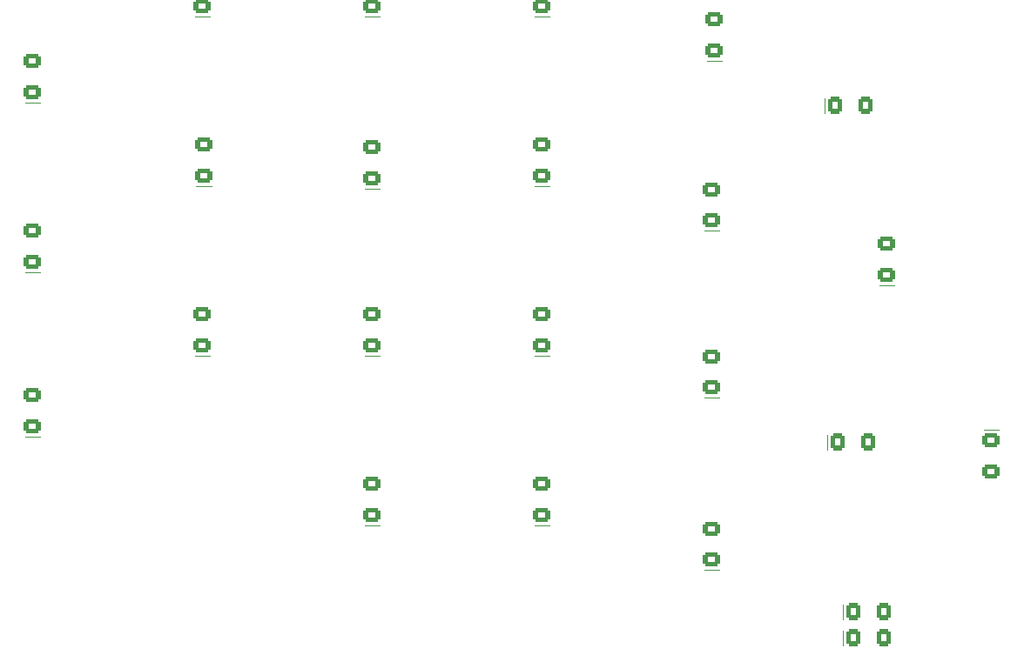
<source format=gbo>
G04 #@! TF.GenerationSoftware,KiCad,Pcbnew,7.0.10*
G04 #@! TF.CreationDate,2024-06-23T16:27:35+09:00*
G04 #@! TF.ProjectId,sss,7373732e-6b69-4636-9164-5f7063625858,rev?*
G04 #@! TF.SameCoordinates,Original*
G04 #@! TF.FileFunction,Legend,Bot*
G04 #@! TF.FilePolarity,Positive*
%FSLAX46Y46*%
G04 Gerber Fmt 4.6, Leading zero omitted, Abs format (unit mm)*
G04 Created by KiCad (PCBNEW 7.0.10) date 2024-06-23 16:27:35*
%MOMM*%
%LPD*%
G01*
G04 APERTURE LIST*
G04 Aperture macros list*
%AMRoundRect*
0 Rectangle with rounded corners*
0 $1 Rounding radius*
0 $2 $3 $4 $5 $6 $7 $8 $9 X,Y pos of 4 corners*
0 Add a 4 corners polygon primitive as box body*
4,1,4,$2,$3,$4,$5,$6,$7,$8,$9,$2,$3,0*
0 Add four circle primitives for the rounded corners*
1,1,$1+$1,$2,$3*
1,1,$1+$1,$4,$5*
1,1,$1+$1,$6,$7*
1,1,$1+$1,$8,$9*
0 Add four rect primitives between the rounded corners*
20,1,$1+$1,$2,$3,$4,$5,0*
20,1,$1+$1,$4,$5,$6,$7,0*
20,1,$1+$1,$6,$7,$8,$9,0*
20,1,$1+$1,$8,$9,$2,$3,0*%
%AMFreePoly0*
4,1,19,0.500000,-0.750000,0.000000,-0.750000,0.000000,-0.744911,-0.071157,-0.744911,-0.207708,-0.704816,-0.327430,-0.627875,-0.420627,-0.520320,-0.479746,-0.390866,-0.500000,-0.250000,-0.500000,0.250000,-0.479746,0.390866,-0.420627,0.520320,-0.327430,0.627875,-0.207708,0.704816,-0.071157,0.744911,0.000000,0.744911,0.000000,0.750000,0.500000,0.750000,0.500000,-0.750000,0.500000,-0.750000,
$1*%
%AMFreePoly1*
4,1,19,0.000000,0.744911,0.071157,0.744911,0.207708,0.704816,0.327430,0.627875,0.420627,0.520320,0.479746,0.390866,0.500000,0.250000,0.500000,-0.250000,0.479746,-0.390866,0.420627,-0.520320,0.327430,-0.627875,0.207708,-0.704816,0.071157,-0.744911,0.000000,-0.744911,0.000000,-0.750000,-0.500000,-0.750000,-0.500000,0.750000,0.000000,0.750000,0.000000,0.744911,0.000000,0.744911,
$1*%
G04 Aperture macros list end*
%ADD10C,0.100000*%
%ADD11R,1.700000X1.700000*%
%ADD12O,1.700000X1.700000*%
%ADD13C,1.900000*%
%ADD14C,1.700000*%
%ADD15C,3.000000*%
%ADD16C,4.000000*%
%ADD17R,2.000000X2.000000*%
%ADD18RoundRect,0.250001X-0.624999X0.462499X-0.624999X-0.462499X0.624999X-0.462499X0.624999X0.462499X0*%
%ADD19RoundRect,0.250001X0.462499X0.624999X-0.462499X0.624999X-0.462499X-0.624999X0.462499X-0.624999X0*%
%ADD20C,1.200000*%
%ADD21O,1.400000X2.000000*%
%ADD22R,1.400000X2.000000*%
%ADD23R,0.850000X0.850000*%
%ADD24RoundRect,0.250001X0.624999X-0.462499X0.624999X0.462499X-0.624999X0.462499X-0.624999X-0.462499X0*%
%ADD25FreePoly0,270.000000*%
%ADD26FreePoly1,270.000000*%
G04 APERTURE END LIST*
D10*
X91198000Y-37772000D02*
X92698000Y-37772000D01*
X74688000Y-87302000D02*
X76188000Y-87302000D01*
X124726000Y-63934000D02*
X126226000Y-63934000D01*
X91198000Y-70792000D02*
X92698000Y-70792000D01*
X58178000Y-37806000D02*
X59678000Y-37806000D01*
X41668000Y-46154000D02*
X43168000Y-46154000D01*
X74688000Y-37806000D02*
X76188000Y-37806000D01*
X119454000Y-45732000D02*
X119454000Y-47232000D01*
X91198000Y-87302000D02*
X92698000Y-87302000D01*
X74688000Y-70792000D02*
X76188000Y-70792000D01*
X58330400Y-54282000D02*
X59830400Y-54282000D01*
X121198000Y-95008000D02*
X121198000Y-96508000D01*
X74688000Y-54536000D02*
X76188000Y-54536000D01*
X121198000Y-97548000D02*
X121198000Y-99048000D01*
X107962000Y-42090000D02*
X109462000Y-42090000D01*
X41668000Y-62664000D02*
X43168000Y-62664000D01*
X107708000Y-91654000D02*
X109208000Y-91654000D01*
X41668000Y-78666000D02*
X43168000Y-78666000D01*
X91198000Y-54282000D02*
X92698000Y-54282000D01*
X58178000Y-70792000D02*
X59678000Y-70792000D01*
X136386000Y-78068800D02*
X134886000Y-78068800D01*
X107708000Y-58634000D02*
X109208000Y-58634000D01*
X119674000Y-78498000D02*
X119674000Y-79998000D01*
X107708000Y-74890000D02*
X109208000Y-74890000D01*
%LPC*%
D11*
X133096000Y-79497000D03*
D12*
X133096000Y-82037000D03*
D11*
X135540000Y-46190000D03*
D12*
X138080000Y-46190000D03*
X135540000Y-48730000D03*
X138080000Y-48730000D03*
X135540000Y-51270000D03*
X138080000Y-51270000D03*
X135540000Y-53810000D03*
X138080000Y-53810000D03*
X135540000Y-56350000D03*
X138080000Y-56350000D03*
X135540000Y-58890000D03*
X138080000Y-58890000D03*
D13*
X127840000Y-91725000D03*
D14*
X128260000Y-91725000D03*
D15*
X129530000Y-89185000D03*
X130800000Y-86645000D03*
D16*
X133340000Y-91725000D03*
D15*
X135880000Y-86645000D03*
X137150000Y-89185000D03*
D14*
X138420000Y-91725000D03*
D13*
X138840000Y-91725000D03*
D17*
X126440000Y-89185000D03*
X138940000Y-86645000D03*
D13*
X45340000Y-66975000D03*
D14*
X45760000Y-66975000D03*
D15*
X47030000Y-64435000D03*
X48300000Y-61895000D03*
D16*
X50840000Y-66975000D03*
D15*
X53380000Y-61895000D03*
X54650000Y-64435000D03*
D14*
X55920000Y-66975000D03*
D13*
X56340000Y-66975000D03*
D17*
X43940000Y-64435000D03*
X56440000Y-61895000D03*
D13*
X111340000Y-54610000D03*
D14*
X111760000Y-54610000D03*
D15*
X113030000Y-52070000D03*
X114300000Y-49530000D03*
D16*
X116840000Y-54610000D03*
D15*
X119380000Y-49530000D03*
X120650000Y-52070000D03*
D14*
X121920000Y-54610000D03*
D13*
X122340000Y-54610000D03*
D17*
X109940000Y-52070000D03*
X122440000Y-49530000D03*
D13*
X61840000Y-33975000D03*
D14*
X62260000Y-33975000D03*
D15*
X63530000Y-31435000D03*
X64800000Y-28895000D03*
D16*
X67340000Y-33975000D03*
D15*
X69880000Y-28895000D03*
X71150000Y-31435000D03*
D14*
X72420000Y-33975000D03*
D13*
X72840000Y-33975000D03*
D17*
X60440000Y-31435000D03*
X72940000Y-28895000D03*
D13*
X78340000Y-33975000D03*
D14*
X78760000Y-33975000D03*
D15*
X80030000Y-31435000D03*
X81300000Y-28895000D03*
D16*
X83840000Y-33975000D03*
D15*
X86380000Y-28895000D03*
X87650000Y-31435000D03*
D14*
X88920000Y-33975000D03*
D13*
X89340000Y-33975000D03*
D17*
X76940000Y-31435000D03*
X89440000Y-28895000D03*
D13*
X61840000Y-66975000D03*
D14*
X62260000Y-66975000D03*
D15*
X63530000Y-64435000D03*
X64800000Y-61895000D03*
D16*
X67340000Y-66975000D03*
D15*
X69880000Y-61895000D03*
X71150000Y-64435000D03*
D14*
X72420000Y-66975000D03*
D13*
X72840000Y-66975000D03*
D17*
X60440000Y-64435000D03*
X72940000Y-61895000D03*
D13*
X111340000Y-87600000D03*
D14*
X111760000Y-87600000D03*
D15*
X113030000Y-85060000D03*
X114300000Y-82520000D03*
D16*
X116840000Y-87600000D03*
D15*
X119380000Y-82520000D03*
X120650000Y-85060000D03*
D14*
X121920000Y-87600000D03*
D13*
X122340000Y-87600000D03*
D17*
X109940000Y-85060000D03*
X122440000Y-82520000D03*
D13*
X61840000Y-50475000D03*
D14*
X62260000Y-50475000D03*
D15*
X63530000Y-47935000D03*
X64800000Y-45395000D03*
D16*
X67340000Y-50475000D03*
D15*
X69880000Y-45395000D03*
X71150000Y-47935000D03*
D14*
X72420000Y-50475000D03*
D13*
X72840000Y-50475000D03*
D17*
X60440000Y-47935000D03*
X72940000Y-45395000D03*
D13*
X94840000Y-66975000D03*
D14*
X95260000Y-66975000D03*
D15*
X96530000Y-64435000D03*
X97800000Y-61895000D03*
D16*
X100340000Y-66975000D03*
D15*
X102880000Y-61895000D03*
X104150000Y-64435000D03*
D14*
X105420000Y-66975000D03*
D13*
X105840000Y-66975000D03*
D17*
X93440000Y-64435000D03*
X105940000Y-61895000D03*
D13*
X111340000Y-71100000D03*
D14*
X111760000Y-71100000D03*
D15*
X113030000Y-68560000D03*
X114300000Y-66020000D03*
D16*
X116840000Y-71100000D03*
D15*
X119380000Y-66020000D03*
X120650000Y-68560000D03*
D14*
X121920000Y-71100000D03*
D13*
X122340000Y-71100000D03*
D17*
X109940000Y-68560000D03*
X122440000Y-66020000D03*
D13*
X111340000Y-38100000D03*
D14*
X111760000Y-38100000D03*
D15*
X113030000Y-35560000D03*
X114300000Y-33020000D03*
D16*
X116840000Y-38100000D03*
D15*
X119380000Y-33020000D03*
X120650000Y-35560000D03*
D14*
X121920000Y-38100000D03*
D13*
X122340000Y-38100000D03*
D17*
X109940000Y-35560000D03*
X122440000Y-33020000D03*
D13*
X45340000Y-50475000D03*
D14*
X45760000Y-50475000D03*
D15*
X47030000Y-47935000D03*
X48300000Y-45395000D03*
D16*
X50840000Y-50475000D03*
D15*
X53380000Y-45395000D03*
X54650000Y-47935000D03*
D14*
X55920000Y-50475000D03*
D13*
X56340000Y-50475000D03*
D17*
X43940000Y-47935000D03*
X56440000Y-45395000D03*
D13*
X28840000Y-58725000D03*
D14*
X29260000Y-58725000D03*
D15*
X30530000Y-56185000D03*
X31800000Y-53645000D03*
D16*
X34340000Y-58725000D03*
D15*
X36880000Y-53645000D03*
X38150000Y-56185000D03*
D14*
X39420000Y-58725000D03*
D13*
X39840000Y-58725000D03*
D17*
X27440000Y-56185000D03*
X39940000Y-53645000D03*
D13*
X94840000Y-50475000D03*
D14*
X95260000Y-50475000D03*
D15*
X96530000Y-47935000D03*
X97800000Y-45395000D03*
D16*
X100340000Y-50475000D03*
D15*
X102880000Y-45395000D03*
X104150000Y-47935000D03*
D14*
X105420000Y-50475000D03*
D13*
X105840000Y-50475000D03*
D17*
X93440000Y-47935000D03*
X105940000Y-45395000D03*
D13*
X94840000Y-83475000D03*
D14*
X95260000Y-83475000D03*
D15*
X96530000Y-80935000D03*
X97800000Y-78395000D03*
D16*
X100340000Y-83475000D03*
D15*
X102880000Y-78395000D03*
X104150000Y-80935000D03*
D14*
X105420000Y-83475000D03*
D13*
X105840000Y-83475000D03*
D17*
X93440000Y-80935000D03*
X105940000Y-78395000D03*
D13*
X78340000Y-83475000D03*
D14*
X78760000Y-83475000D03*
D15*
X80030000Y-80935000D03*
X81300000Y-78395000D03*
D16*
X83840000Y-83475000D03*
D15*
X86380000Y-78395000D03*
X87650000Y-80935000D03*
D14*
X88920000Y-83475000D03*
D13*
X89340000Y-83475000D03*
D17*
X76940000Y-80935000D03*
X89440000Y-78395000D03*
D13*
X45340000Y-33975000D03*
D14*
X45760000Y-33975000D03*
D15*
X47030000Y-31435000D03*
X48300000Y-28895000D03*
D16*
X50840000Y-33975000D03*
D15*
X53380000Y-28895000D03*
X54650000Y-31435000D03*
D14*
X55920000Y-33975000D03*
D13*
X56340000Y-33975000D03*
D17*
X43940000Y-31435000D03*
X56440000Y-28895000D03*
D13*
X94840000Y-33975000D03*
D14*
X95260000Y-33975000D03*
D15*
X96530000Y-31435000D03*
X97800000Y-28895000D03*
D16*
X100340000Y-33975000D03*
D15*
X102880000Y-28895000D03*
X104150000Y-31435000D03*
D14*
X105420000Y-33975000D03*
D13*
X105840000Y-33975000D03*
D17*
X93440000Y-31435000D03*
X105940000Y-28895000D03*
D13*
X28840000Y-75225000D03*
D14*
X29260000Y-75225000D03*
D15*
X30530000Y-72685000D03*
X31800000Y-70145000D03*
D16*
X34340000Y-75225000D03*
D15*
X36880000Y-70145000D03*
X38150000Y-72685000D03*
D14*
X39420000Y-75225000D03*
D13*
X39840000Y-75225000D03*
D17*
X27440000Y-72685000D03*
X39940000Y-70145000D03*
D13*
X28840000Y-42225000D03*
D14*
X29260000Y-42225000D03*
D15*
X30530000Y-39685000D03*
X31800000Y-37145000D03*
D16*
X34340000Y-42225000D03*
D15*
X36880000Y-37145000D03*
X38150000Y-39685000D03*
D14*
X39420000Y-42225000D03*
D13*
X39840000Y-42225000D03*
D17*
X27440000Y-39685000D03*
X39940000Y-37145000D03*
D13*
X78340000Y-66975000D03*
D14*
X78760000Y-66975000D03*
D15*
X80030000Y-64435000D03*
X81300000Y-61895000D03*
D16*
X83840000Y-66975000D03*
D15*
X86380000Y-61895000D03*
X87650000Y-64435000D03*
D14*
X88920000Y-66975000D03*
D13*
X89340000Y-66975000D03*
D17*
X76940000Y-64435000D03*
X89440000Y-61895000D03*
D13*
X78340000Y-50475000D03*
D14*
X78760000Y-50475000D03*
D15*
X80030000Y-47935000D03*
X81300000Y-45395000D03*
D16*
X83840000Y-50475000D03*
D15*
X86380000Y-45395000D03*
X87650000Y-47935000D03*
D14*
X88920000Y-50475000D03*
D13*
X89340000Y-50475000D03*
D17*
X76940000Y-47935000D03*
X89440000Y-45395000D03*
D13*
X61840000Y-83475000D03*
D14*
X62260000Y-83475000D03*
D15*
X63530000Y-80935000D03*
X64800000Y-78395000D03*
D16*
X67340000Y-83475000D03*
D15*
X69880000Y-78395000D03*
X71150000Y-80935000D03*
D14*
X72420000Y-83475000D03*
D13*
X72840000Y-83475000D03*
D17*
X60440000Y-80935000D03*
X72940000Y-78395000D03*
D18*
X91948000Y-36757000D03*
X91948000Y-33782000D03*
X75438000Y-86287000D03*
X75438000Y-83312000D03*
X125476000Y-62919000D03*
X125476000Y-59944000D03*
X91948000Y-69777000D03*
X91948000Y-66802000D03*
X58928000Y-36791000D03*
X58928000Y-33816000D03*
X42418000Y-45139000D03*
X42418000Y-42164000D03*
X75438000Y-36791000D03*
X75438000Y-33816000D03*
D19*
X120469000Y-46482000D03*
X123444000Y-46482000D03*
D18*
X91948000Y-86287000D03*
X91948000Y-83312000D03*
X75438000Y-69777000D03*
X75438000Y-66802000D03*
X59080400Y-53267000D03*
X59080400Y-50292000D03*
D19*
X122213000Y-95758000D03*
X125188000Y-95758000D03*
D20*
X136398000Y-26017220D03*
X136398000Y-26017220D03*
X136398000Y-33020000D03*
X136398000Y-33020000D03*
D21*
X134297760Y-30844880D03*
X138496760Y-30852480D03*
X134297760Y-27844880D03*
X138496760Y-27852480D03*
D22*
X134096760Y-36352480D03*
X138697760Y-36344880D03*
D21*
X134297760Y-34844880D03*
X138496760Y-34852480D03*
D18*
X75438000Y-53521000D03*
X75438000Y-50546000D03*
D19*
X122213000Y-98298000D03*
X125188000Y-98298000D03*
D18*
X108712000Y-41075000D03*
X108712000Y-38100000D03*
X42418000Y-61649000D03*
X42418000Y-58674000D03*
D23*
X137668000Y-42164000D03*
X136144000Y-42164000D03*
D18*
X108458000Y-90639000D03*
X108458000Y-87664000D03*
X42418000Y-77651000D03*
X42418000Y-74676000D03*
X91948000Y-53267000D03*
X91948000Y-50292000D03*
X58928000Y-69777000D03*
X58928000Y-66802000D03*
D24*
X135636000Y-82058800D03*
X135636000Y-79083800D03*
D18*
X108458000Y-57619000D03*
X108458000Y-54644000D03*
D19*
X120689000Y-79248000D03*
X123664000Y-79248000D03*
D23*
X134620000Y-42164000D03*
D18*
X108458000Y-73875000D03*
X108458000Y-70900000D03*
D25*
X137668000Y-38832000D03*
D26*
X137668000Y-40132000D03*
D25*
X135128000Y-38832000D03*
D26*
X135128000Y-40132000D03*
%LPD*%
M02*

</source>
